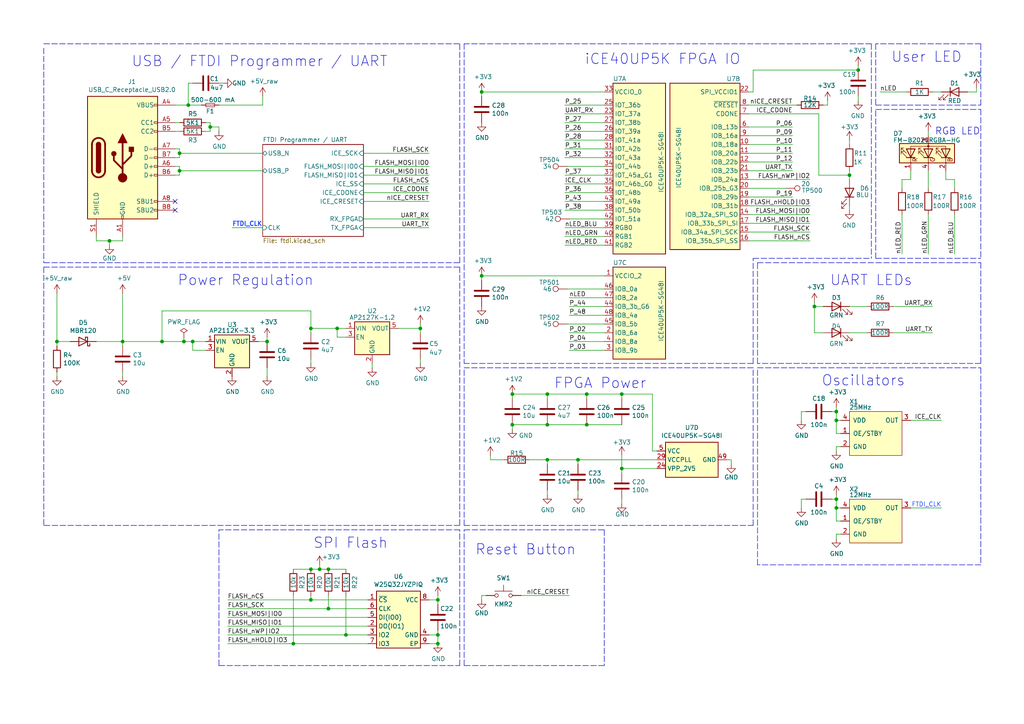
<source format=kicad_sch>
(kicad_sch (version 20250114) (generator "eeschema") (generator_version "9.0")
  (paper "A4")
  (title_block (title "iCE40 Clock Distribution Box") (date "2025-09-09") (rev "0.2") (company "Alexandru Enciu"))
  (text "USB / FTDI Programmer / UART" (at 38.1 19.685 0) (effects (font (size 2.9972 2.9972)) (justify left bottom)))
  (text "User LED" (at 258.445 18.415 0) (effects (font (size 2.9972 2.9972)) (justify left bottom)))
  (text "FPGA Power" (at 160.655 113.03 0) (effects (font (size 2.9972 2.9972)) (justify left bottom)))
  (text "Power Regulation" (at 51.435 83.185 0) (effects (font (size 2.9972 2.9972)) (justify left bottom)))
  (text "Oscillators" (at 238.252 112.268 0) (effects (font (size 2.9972 2.9972)) (justify left bottom)))
  (text "UART LEDs" (at 240.665 83.185 0) (effects (font (size 2.9972 2.9972)) (justify left bottom)))
  (text "Reset Button" (at 137.795 161.29 0) (effects (font (size 2.997 2.997)) (justify left bottom)))
  (text "SPI Flash" (at 90.805 159.385 0) (effects (font (size 2.9972 2.9972)) (justify left bottom)))
  (text "RGB LED" (at 271.145 39.37 0) (effects (font (size 2.0066 2.0066)) (justify left bottom)))
  (text "iCE40UP5K FPGA IO" (at 169.545 19.05 0) (effects (font (size 2.9972 2.9972)) (justify left bottom)))
  (junction (at 60.96 36.83) (diameter 0.9144))
  (junction (at 170.18 114.3) (diameter 0.9144))
  (junction (at 242.57 144.78) (diameter 0.9144))
  (junction (at 158.75 114.3) (diameter 0.9144))
  (junction (at 100.33 184.15))
  (junction (at 127 186.69) (diameter 0.9144))
  (junction (at 127 173.99) (diameter 0.9144))
  (junction (at 90.17 95.25) (diameter 0.9144))
  (junction (at 170.18 123.19) (diameter 0.9144))
  (junction (at 148.59 123.19) (diameter 0.9144))
  (junction (at 35.56 99.06) (diameter 0.9144))
  (junction (at 55.88 99.06))
  (junction (at 53.34 99.06) (diameter 0.9144))
  (junction (at 236.22 88.9) (diameter 0.9144))
  (junction (at 97.79 95.25) (diameter 0.9144))
  (junction (at 180.34 114.3) (diameter 0.9144))
  (junction (at 139.7 80.01) (diameter 0.9144))
  (junction (at 242.57 147.32) (diameter 0.9144))
  (junction (at 92.71 165.1))
  (junction (at 46.99 99.06) (diameter 0.9144))
  (junction (at 158.75 123.19) (diameter 0.9144))
  (junction (at 248.92 20.32) (diameter 0.9144))
  (junction (at 16.51 99.06) (diameter 0.9144))
  (junction (at 121.92 95.25) (diameter 0.9144))
  (junction (at 95.25 176.53))
  (junction (at 167.64 133.35) (diameter 0.9144))
  (junction (at 90.17 165.1))
  (junction (at 158.75 133.35) (diameter 0.9144))
  (junction (at 90.17 173.99))
  (junction (at 246.38 50.8) (diameter 0.9144))
  (junction (at 77.47 99.06) (diameter 0.9144))
  (junction (at 31.75 69.85) (diameter 0.9144))
  (junction (at 242.57 119.38) (diameter 0.9144))
  (junction (at 52.07 49.53) (diameter 0.9144))
  (junction (at 95.25 165.1))
  (junction (at 242.57 121.92) (diameter 0.9144))
  (junction (at 180.34 135.89) (diameter 0.9144))
  (junction (at 54.61 30.48) (diameter 0.9144))
  (junction (at 127 184.15) (diameter 0.9144))
  (junction (at 85.09 186.69))
  (junction (at 139.7 26.67) (diameter 0.9144))
  (junction (at 148.59 114.3) (diameter 0.9144))
  (junction (at 52.07 44.45) (diameter 0.9144))
  (no_connect (at 50.8 58.42))
  (no_connect (at 50.8 60.96))
  (wire (pts (xy 242.57 121.92) (xy 243.84 121.92)))
  (wire (pts (xy 63.5 38.1) (xy 63.5 36.83)))
  (wire (pts (xy 66.04 186.69) (xy 85.09 186.69)))
  (wire (pts (xy 180.34 114.3) (xy 189.23 114.3)))
  (polyline (pts (xy 219.71 105.41) (xy 219.71 76.2)) (stroke (width 0) (type dash)))
  (wire (pts (xy 90.17 165.1) (xy 92.71 165.1)))
  (polyline (pts (xy 133.35 152.4) (xy 12.7 152.4)) (stroke (width 0) (type dash)))
  (wire (pts (xy 105.41 58.42) (xy 124.46 58.42)))
  (polyline (pts (xy 284.48 31.75) (xy 284.48 74.93)) (stroke (width 0) (type dash)))
  (wire (pts (xy 163.83 43.18) (xy 175.26 43.18)))
  (wire (pts (xy 180.34 144.78) (xy 180.34 146.05)))
  (wire (pts (xy 35.56 68.58) (xy 35.56 69.85)))
  (wire (pts (xy 246.38 88.9) (xy 251.46 88.9)))
  (wire (pts (xy 165.1 99.06) (xy 175.26 99.06)))
  (wire (pts (xy 232.41 144.78) (xy 232.41 147.32)))
  (wire (pts (xy 100.33 184.15) (xy 106.68 184.15)))
  (wire (pts (xy 217.17 30.48) (xy 231.14 30.48)))
  (wire (pts (xy 170.18 114.3) (xy 180.34 114.3)))
  (wire (pts (xy 127 182.88) (xy 127 184.15)))
  (wire (pts (xy 242.57 147.32) (xy 243.84 147.32)))
  (wire (pts (xy 236.22 88.9) (xy 236.22 96.52)))
  (wire (pts (xy 92.71 165.1) (xy 95.25 165.1)))
  (wire (pts (xy 148.59 124.46) (xy 148.59 123.19)))
  (wire (pts (xy 217.17 67.31) (xy 234.95 67.31)))
  (wire (pts (xy 175.26 71.12) (xy 163.83 71.12)))
  (wire (pts (xy 241.3 119.38) (xy 242.57 119.38)))
  (wire (pts (xy 158.75 142.24) (xy 158.75 143.51)))
  (wire (pts (xy 153.67 133.35) (xy 158.75 133.35)))
  (polyline (pts (xy 12.7 76.2) (xy 133.35 76.2)) (stroke (width 0) (type dash)))
  (wire (pts (xy 85.09 172.72) (xy 85.09 186.69)))
  (polyline (pts (xy 133.35 76.2) (xy 133.35 12.7)) (stroke (width 0) (type dash)))
  (wire (pts (xy 35.56 85.09) (xy 35.56 99.06)))
  (wire (pts (xy 236.22 87.63) (xy 236.22 88.9)))
  (wire (pts (xy 243.84 151.13) (xy 242.57 151.13)))
  (wire (pts (xy 60.96 38.1) (xy 59.69 38.1)))
  (wire (pts (xy 165.1 63.5) (xy 175.26 63.5)))
  (wire (pts (xy 90.17 90.17) (xy 90.17 95.25)))
  (wire (pts (xy 158.75 133.35) (xy 167.64 133.35)))
  (wire (pts (xy 100.33 97.79) (xy 97.79 97.79)))
  (wire (pts (xy 163.83 60.96) (xy 175.26 60.96)))
  (wire (pts (xy 170.18 114.3) (xy 170.18 115.57)))
  (wire (pts (xy 163.83 30.48) (xy 175.26 30.48)))
  (wire (pts (xy 242.57 151.13) (xy 242.57 147.32)))
  (wire (pts (xy 59.69 101.6) (xy 55.88 101.6)))
  (wire (pts (xy 242.57 144.78) (xy 242.57 143.51)))
  (wire (pts (xy 242.57 119.38) (xy 242.57 118.11)))
  (wire (pts (xy 66.04 176.53) (xy 95.25 176.53)))
  (wire (pts (xy 127 173.99) (xy 127 172.72)))
  (wire (pts (xy 269.24 62.23) (xy 269.24 73.66)))
  (wire (pts (xy 242.57 154.94) (xy 242.57 156.21)))
  (wire (pts (xy 241.3 144.78) (xy 242.57 144.78)))
  (wire (pts (xy 270.51 26.67) (xy 273.05 26.67)))
  (wire (pts (xy 246.38 96.52) (xy 251.46 96.52)))
  (polyline (pts (xy 284.48 106.68) (xy 284.48 163.83)) (stroke (width 0) (type dash)))
  (wire (pts (xy 165.1 86.36) (xy 175.26 86.36)))
  (wire (pts (xy 97.79 95.25) (xy 100.33 95.25)))
  (wire (pts (xy 63.5 36.83) (xy 60.96 36.83)))
  (wire (pts (xy 264.16 147.32) (xy 273.05 147.32)))
  (wire (pts (xy 77.47 106.68) (xy 77.47 109.22)))
  (polyline (pts (xy 134.62 12.7) (xy 134.62 105.41)) (stroke (width 0) (type dash)))
  (wire (pts (xy 53.34 99.06) (xy 55.88 99.06)))
  (wire (pts (xy 190.5 130.81) (xy 189.23 130.81)))
  (wire (pts (xy 105.41 63.5) (xy 124.46 63.5)))
  (wire (pts (xy 52.07 48.26) (xy 52.07 49.53)))
  (wire (pts (xy 175.26 88.9) (xy 165.1 88.9)))
  (wire (pts (xy 180.34 115.57) (xy 180.34 114.3)))
  (wire (pts (xy 76.2 44.45) (xy 52.07 44.45)))
  (wire (pts (xy 243.84 129.54) (xy 242.57 129.54)))
  (wire (pts (xy 274.32 52.07) (xy 274.32 49.53)))
  (wire (pts (xy 16.51 99.06) (xy 20.32 99.06)))
  (wire (pts (xy 35.56 107.95) (xy 35.56 109.22)))
  (wire (pts (xy 105.41 50.8) (xy 124.46 50.8)))
  (wire (pts (xy 242.57 129.54) (xy 242.57 130.81)))
  (wire (pts (xy 165.1 101.6) (xy 175.26 101.6)))
  (wire (pts (xy 105.41 55.88) (xy 124.46 55.88)))
  (wire (pts (xy 90.17 95.25) (xy 97.79 95.25)))
  (wire (pts (xy 105.41 53.34) (xy 124.46 53.34)))
  (wire (pts (xy 142.24 132.08) (xy 142.24 133.35)))
  (wire (pts (xy 217.17 62.23) (xy 234.95 62.23)))
  (wire (pts (xy 76.2 27.94) (xy 76.2 30.48)))
  (wire (pts (xy 139.7 172.72) (xy 139.7 173.99)))
  (polyline (pts (xy 133.35 77.47) (xy 133.35 152.4)) (stroke (width 0) (type dash)))
  (wire (pts (xy 52.07 45.72) (xy 50.8 45.72)))
  (wire (pts (xy 163.83 40.64) (xy 175.26 40.64)))
  (wire (pts (xy 246.38 50.8) (xy 246.38 52.07)))
  (wire (pts (xy 35.56 99.06) (xy 35.56 100.33)))
  (wire (pts (xy 52.07 43.18) (xy 52.07 44.45)))
  (wire (pts (xy 67.31 66.04) (xy 76.2 66.04)))
  (wire (pts (xy 77.47 99.06) (xy 77.47 97.79)))
  (wire (pts (xy 217.17 64.77) (xy 234.95 64.77)))
  (polyline (pts (xy 218.44 105.41) (xy 218.44 74.93)) (stroke (width 0) (type dash)))
  (wire (pts (xy 124.46 184.15) (xy 127 184.15)))
  (polyline (pts (xy 134.62 152.4) (xy 134.62 106.68)) (stroke (width 0) (type dash)))
  (wire (pts (xy 264.16 121.92) (xy 273.05 121.92)))
  (wire (pts (xy 217.17 57.15) (xy 229.87 57.15)))
  (wire (pts (xy 248.92 19.05) (xy 248.92 20.32)))
  (wire (pts (xy 107.95 106.68) (xy 107.95 105.41)))
  (polyline (pts (xy 134.62 152.4) (xy 218.44 152.4)) (stroke (width 0) (type dash)))
  (wire (pts (xy 27.94 69.85) (xy 27.94 68.58)))
  (wire (pts (xy 53.34 97.79) (xy 53.34 99.06)))
  (wire (pts (xy 55.88 99.06) (xy 59.69 99.06)))
  (wire (pts (xy 35.56 69.85) (xy 31.75 69.85)))
  (wire (pts (xy 16.51 85.09) (xy 16.51 99.06)))
  (wire (pts (xy 163.83 38.1) (xy 175.26 38.1)))
  (wire (pts (xy 217.17 44.45) (xy 229.87 44.45)))
  (wire (pts (xy 212.09 133.35) (xy 212.09 134.62)))
  (wire (pts (xy 31.75 69.85) (xy 27.94 69.85)))
  (polyline (pts (xy 218.44 106.68) (xy 134.62 106.68)) (stroke (width 0) (type dash)))
  (wire (pts (xy 163.83 45.72) (xy 175.26 45.72)))
  (polyline (pts (xy 252.73 12.7) (xy 134.62 12.7)) (stroke (width 0) (type dash)))
  (wire (pts (xy 139.7 80.01) (xy 175.26 80.01)))
  (wire (pts (xy 158.75 133.35) (xy 158.75 134.62)))
  (wire (pts (xy 52.07 50.8) (xy 50.8 50.8)))
  (wire (pts (xy 90.17 172.72) (xy 90.17 173.99)))
  (wire (pts (xy 50.8 48.26) (xy 52.07 48.26)))
  (polyline (pts (xy 12.7 77.47) (xy 12.7 152.4)) (stroke (width 0) (type dash)))
  (wire (pts (xy 46.99 99.06) (xy 46.99 90.17)))
  (wire (pts (xy 164.465 83.82) (xy 175.26 83.82)))
  (polyline (pts (xy 175.26 193.04) (xy 134.62 193.04)) (stroke (width 0) (type dash)))
  (wire (pts (xy 115.57 95.25) (xy 121.92 95.25)))
  (wire (pts (xy 158.75 115.57) (xy 158.75 114.3)))
  (wire (pts (xy 60.96 36.83) (xy 60.96 38.1)))
  (polyline (pts (xy 284.48 105.41) (xy 219.71 105.41)) (stroke (width 0) (type dash)))
  (wire (pts (xy 190.5 135.89) (xy 180.34 135.89)))
  (wire (pts (xy 243.84 125.73) (xy 242.57 125.73)))
  (wire (pts (xy 60.96 35.56) (xy 60.96 36.83)))
  (polyline (pts (xy 254 74.93) (xy 284.48 74.93)) (stroke (width 0) (type dash)))
  (wire (pts (xy 148.59 123.19) (xy 158.75 123.19)))
  (wire (pts (xy 121.92 95.25) (xy 121.92 93.98)))
  (wire (pts (xy 232.41 119.38) (xy 232.41 121.92)))
  (wire (pts (xy 74.93 99.06) (xy 77.47 99.06)))
  (wire (pts (xy 238.76 88.9) (xy 236.22 88.9)))
  (wire (pts (xy 175.26 68.58) (xy 163.83 68.58)))
  (wire (pts (xy 127 184.15) (xy 127 186.69)))
  (wire (pts (xy 105.41 44.45) (xy 124.46 44.45)))
  (polyline (pts (xy 63.5 193.04) (xy 63.5 153.67)) (stroke (width 0) (type dash)))
  (wire (pts (xy 167.64 142.24) (xy 167.64 143.51)))
  (polyline (pts (xy 254 74.93) (xy 254 31.75)) (stroke (width 0) (type dash)))
  (wire (pts (xy 124.46 66.04) (xy 105.41 66.04)))
  (polyline (pts (xy 12.7 77.47) (xy 133.35 77.47)) (stroke (width 0) (type dash)))
  (wire (pts (xy 59.69 35.56) (xy 60.96 35.56)))
  (polyline (pts (xy 12.7 13.97) (xy 12.7 76.2)) (stroke (width 0) (type dash)))
  (wire (pts (xy 217.17 52.07) (xy 234.95 52.07)))
  (wire (pts (xy 246.38 50.8) (xy 237.49 50.8)))
  (wire (pts (xy 238.76 30.48) (xy 240.03 30.48)))
  (wire (pts (xy 269.24 38.1) (xy 269.24 39.37)))
  (wire (pts (xy 46.99 99.06) (xy 53.34 99.06)))
  (wire (pts (xy 105.41 48.26) (xy 124.46 48.26)))
  (wire (pts (xy 242.57 147.32) (xy 242.57 144.78)))
  (polyline (pts (xy 284.48 30.48) (xy 284.48 12.7)) (stroke (width 0) (type dash)))
  (wire (pts (xy 227.965 54.61) (xy 217.17 54.61)))
  (wire (pts (xy 261.62 62.23) (xy 261.62 73.66)))
  (wire (pts (xy 246.38 40.64) (xy 246.38 41.91)))
  (wire (pts (xy 240.03 30.48) (xy 240.03 29.21)))
  (wire (pts (xy 64.77 24.13) (xy 63.5 24.13)))
  (wire (pts (xy 124.46 186.69) (xy 127 186.69)))
  (wire (pts (xy 54.61 30.48) (xy 50.8 30.48)))
  (wire (pts (xy 218.44 20.32) (xy 218.44 26.67)))
  (wire (pts (xy 217.17 39.37) (xy 229.87 39.37)))
  (wire (pts (xy 76.2 49.53) (xy 52.07 49.53)))
  (wire (pts (xy 163.83 50.8) (xy 175.26 50.8)))
  (polyline (pts (xy 252.73 12.7) (xy 252.73 74.93)) (stroke (width 0) (type dash)))
  (wire (pts (xy 139.7 26.67) (xy 139.7 27.94)))
  (wire (pts (xy 163.83 53.34) (xy 175.26 53.34)))
  (polyline (pts (xy 133.35 153.67) (xy 63.5 153.67)) (stroke (width 0) (type dash)))
  (wire (pts (xy 218.44 20.32) (xy 248.92 20.32)))
  (wire (pts (xy 269.24 49.53) (xy 269.24 54.61)))
  (wire (pts (xy 210.82 133.35) (xy 212.09 133.35)))
  (wire (pts (xy 167.64 133.35) (xy 190.5 133.35)))
  (wire (pts (xy 217.17 46.99) (xy 229.87 46.99)))
  (wire (pts (xy 27.94 99.06) (xy 35.56 99.06)))
  (wire (pts (xy 217.17 69.85) (xy 234.95 69.85)))
  (wire (pts (xy 66.04 181.61) (xy 106.68 181.61)))
  (polyline (pts (xy 219.71 76.2) (xy 284.48 76.2)) (stroke (width 0) (type dash)))
  (wire (pts (xy 189.23 130.81) (xy 189.23 114.3)))
  (wire (pts (xy 142.24 133.35) (xy 146.05 133.35)))
  (polyline (pts (xy 254 30.48) (xy 284.48 30.48)) (stroke (width 0) (type dash)))
  (polyline (pts (xy 175.26 153.67) (xy 175.26 193.04)) (stroke (width 0) (type dash)))
  (wire (pts (xy 246.38 59.69) (xy 246.38 60.96)))
  (wire (pts (xy 35.56 99.06) (xy 46.99 99.06)))
  (wire (pts (xy 148.59 115.57) (xy 148.59 114.3)))
  (wire (pts (xy 163.83 35.56) (xy 175.26 35.56)))
  (wire (pts (xy 163.83 33.02) (xy 175.26 33.02)))
  (wire (pts (xy 139.7 26.67) (xy 175.26 26.67)))
  (polyline (pts (xy 218.44 152.4) (xy 218.44 106.68)) (stroke (width 0) (type dash)))
  (wire (pts (xy 259.08 88.9) (xy 270.51 88.9)))
  (wire (pts (xy 52.07 35.56) (xy 50.8 35.56)))
  (wire (pts (xy 243.84 154.94) (xy 242.57 154.94)))
  (wire (pts (xy 229.87 49.53) (xy 217.17 49.53)))
  (polyline (pts (xy 284.48 163.83) (xy 219.71 163.83)) (stroke (width 0) (type dash)))
  (wire (pts (xy 121.92 95.25) (xy 121.92 96.52)))
  (wire (pts (xy 163.83 55.88) (xy 175.26 55.88)))
  (wire (pts (xy 54.61 24.13) (xy 54.61 30.48)))
  (polyline (pts (xy 63.5 193.04) (xy 133.35 193.04)) (stroke (width 0) (type dash)))
  (wire (pts (xy 52.07 49.53) (xy 52.07 50.8)))
  (wire (pts (xy 233.68 144.78) (xy 232.41 144.78)))
  (wire (pts (xy 158.75 114.3) (xy 170.18 114.3)))
  (polyline (pts (xy 12.7 12.7) (xy 133.35 12.7)) (stroke (width 0) (type dash)))
  (polyline (pts (xy 133.35 193.04) (xy 133.35 153.67)) (stroke (width 0) (type dash)))
  (wire (pts (xy 148.59 114.3) (xy 158.75 114.3)))
  (polyline (pts (xy 134.62 153.67) (xy 175.26 153.67)) (stroke (width 0) (type dash)))
  (polyline (pts (xy 284.48 76.2) (xy 284.48 105.41)) (stroke (width 0) (type dash)))
  (wire (pts (xy 217.17 41.91) (xy 229.87 41.91)))
  (polyline (pts (xy 284.48 12.7) (xy 254 12.7)) (stroke (width 0) (type dash)))
  (wire (pts (xy 55.88 24.13) (xy 54.61 24.13)))
  (wire (pts (xy 66.04 184.15) (xy 100.33 184.15)))
  (wire (pts (xy 164.465 48.26) (xy 175.26 48.26)))
  (wire (pts (xy 50.8 43.18) (xy 52.07 43.18)))
  (wire (pts (xy 158.75 123.19) (xy 170.18 123.19)))
  (wire (pts (xy 217.17 59.69) (xy 234.95 59.69)))
  (wire (pts (xy 95.25 176.53) (xy 106.68 176.53)))
  (polyline (pts (xy 134.62 193.04) (xy 134.62 153.67)) (stroke (width 0) (type dash)))
  (wire (pts (xy 237.49 33.02) (xy 237.49 50.8)))
  (wire (pts (xy 100.33 172.72) (xy 100.33 184.15)))
  (polyline (pts (xy 218.44 105.41) (xy 134.62 105.41)) (stroke (width 0) (type dash)))
  (wire (pts (xy 52.07 44.45) (xy 52.07 45.72)))
  (wire (pts (xy 264.16 52.07) (xy 264.16 49.53)))
  (wire (pts (xy 163.83 58.42) (xy 175.26 58.42)))
  (wire (pts (xy 16.51 107.95) (xy 16.51 109.22)))
  (wire (pts (xy 218.44 26.67) (xy 217.17 26.67)))
  (wire (pts (xy 66.04 179.07) (xy 106.68 179.07)))
  (wire (pts (xy 66.04 173.99) (xy 90.17 173.99)))
  (wire (pts (xy 261.62 52.07) (xy 264.16 52.07)))
  (wire (pts (xy 95.25 172.72) (xy 95.25 176.53)))
  (wire (pts (xy 255.27 26.67) (xy 262.89 26.67)))
  (wire (pts (xy 167.64 133.35) (xy 167.64 134.62)))
  (wire (pts (xy 238.76 96.52) (xy 236.22 96.52)))
  (wire (pts (xy 140.97 172.72) (xy 139.7 172.72)))
  (wire (pts (xy 180.34 132.08) (xy 180.34 135.89)))
  (polyline (pts (xy 219.71 106.68) (xy 284.48 106.68)) (stroke (width 0) (type dash)))
  (wire (pts (xy 90.17 96.52) (xy 90.17 95.25)))
  (wire (pts (xy 164.465 93.98) (xy 175.26 93.98)))
  (wire (pts (xy 95.25 165.1) (xy 100.33 165.1)))
  (polyline (pts (xy 219.71 163.83) (xy 219.71 106.68)) (stroke (width 0) (type dash)))
  (wire (pts (xy 46.99 90.17) (xy 90.17 90.17)))
  (wire (pts (xy 165.1 91.44) (xy 175.26 91.44)))
  (wire (pts (xy 283.21 26.67) (xy 283.21 25.4)))
  (wire (pts (xy 242.57 125.73) (xy 242.57 121.92)))
  (wire (pts (xy 31.75 71.12) (xy 31.75 69.85)))
  (polyline (pts (xy 254 12.7) (xy 254 30.48)) (stroke (width 0) (type dash)))
  (wire (pts (xy 54.61 30.48) (xy 58.42 30.48)))
  (wire (pts (xy 55.88 101.6) (xy 55.88 99.06)))
  (wire (pts (xy 175.26 66.04) (xy 163.83 66.04)))
  (wire (pts (xy 16.51 100.33) (xy 16.51 99.06)))
  (wire (pts (xy 90.17 105.41) (xy 90.17 104.14)))
  (wire (pts (xy 233.68 119.38) (xy 232.41 119.38)))
  (wire (pts (xy 127 173.99) (xy 127 175.26)))
  (wire (pts (xy 76.2 30.48) (xy 63.5 30.48)))
  (wire (pts (xy 180.34 135.89) (xy 180.34 137.16)))
  (wire (pts (xy 280.67 26.67) (xy 283.21 26.67)))
  (wire (pts (xy 248.92 27.94) (xy 248.92 29.21)))
  (wire (pts (xy 85.09 186.69) (xy 106.68 186.69)))
  (wire (pts (xy 92.71 163.83) (xy 92.71 165.1)))
  (wire (pts (xy 121.92 104.14) (xy 121.92 105.41)))
  (wire (pts (xy 276.86 54.61) (xy 276.86 52.07)))
  (polyline (pts (xy 218.44 74.93) (xy 252.73 74.93)) (stroke (width 0) (type dash)))
  (wire (pts (xy 97.79 97.79) (xy 97.79 95.25)))
  (wire (pts (xy 246.38 49.53) (xy 246.38 50.8)))
  (wire (pts (xy 165.1 96.52) (xy 175.26 96.52)))
  (wire (pts (xy 261.62 54.61) (xy 261.62 52.07)))
  (wire (pts (xy 259.08 96.52) (xy 270.51 96.52)))
  (wire (pts (xy 151.13 172.72) (xy 165.1 172.72)))
  (wire (pts (xy 242.57 121.92) (xy 242.57 119.38)))
  (wire (pts (xy 90.17 173.99) (xy 106.68 173.99)))
  (wire (pts (xy 276.86 62.23) (xy 276.86 73.66)))
  (wire (pts (xy 276.86 52.07) (xy 274.32 52.07)))
  (wire (pts (xy 170.18 123.19) (xy 180.34 123.19)))
  (wire (pts (xy 217.17 36.83) (xy 229.87 36.83)))
  (wire (pts (xy 85.09 165.1) (xy 90.17 165.1)))
  (wire (pts (xy 139.7 80.01) (xy 139.7 81.28)))
  (wire (pts (xy 52.07 38.1) (xy 50.8 38.1)))
  (wire (pts (xy 217.17 33.02) (xy 237.49 33.02)))
  (wire (pts (xy 124.46 173.99) (xy 127 173.99)))
  (polyline (pts (xy 254 31.75) (xy 284.48 31.75)) (stroke (width 0) (type dash)))
  (label "nLED" (at 165.1 86.36 0))
  (label "P_48" (at 165.1 91.44 0))
  (label "UART_TX" (at 270.51 96.52 180))
  (label "P_26" (at 163.83 38.1 0))
  (label "UART_RX" (at 163.83 33.02 0))
  (label "FTDI_CLK" (at 273.05 147.32 180))
  (label "FLASH_MOSI|IO0" (at 124.46 48.26 180))
  (label "FLASH_SCK" (at 66.04 176.53 0))
  (label "P_43" (at 163.83 58.42 0))
  (label "nLED_BLU" (at 163.83 66.04 0))
  (label "P_09" (at 229.87 39.37 180))
  (label "P_38" (at 163.83 60.96 0))
  (label "nLED_GRN" (at 163.83 68.58 0))
  (label "P_32" (at 163.83 45.72 0))
  (label "FLASH_nCS" (at 66.04 173.99 0))
  (label "FLASH_nHOLD|IO3" (at 234.95 59.69 180))
  (label "UART_RX" (at 270.51 88.9 180))
  (label "P_19" (at 229.87 57.15 180))
  (label "FLASH_SCK" (at 124.46 44.45 180))
  (label "UART_TX" (at 124.46 66.04 180))
  (label "FLASH_MISO|IO1" (at 66.04 181.61 0))
  (label "P_04" (at 165.1 99.06 0))
  (label "UART_TX" (at 229.87 49.53 180))
  (label "P_25" (at 163.83 30.48 0))
  (label "nICE_CRESET" (at 124.46 58.42 180))
  (label "P_06" (at 229.87 36.83 180))
  (label "UART_RX" (at 124.46 63.5 180))
  (label "FTDI_CLK" (at 67.31 66.04 0) (effects (font (thickness 0.254) (bold yes))))
  (label "FLASH_nHOLD|IO3" (at 66.04 186.69 0))
  (label "FLASH_MISO|IO1" (at 124.46 50.8 180))
  (label "P_44" (at 165.1 88.9 0))
  (label "P_02" (at 165.1 96.52 0))
  (label "P_12" (at 229.87 46.99 180))
  (label "P_27" (at 163.83 35.56 0))
  (label "nLED_RED" (at 261.62 73.66 90))
  (label "P_31" (at 163.83 43.18 0))
  (label "nLED_RED" (at 163.83 71.12 0))
  (label "P_10" (at 229.87 41.91 180))
  (label "FLASH_nWP|IO2" (at 234.95 52.07 180))
  (label "P_11" (at 229.87 44.45 180))
  (label "FLASH_SCK" (at 234.95 67.31 180))
  (label "FLASH_MOSI|IO0" (at 234.95 62.23 180))
  (label "FLASH_nWP|IO2" (at 66.04 184.15 0))
  (label "FLASH_nCS" (at 234.95 69.85 180))
  (label "P_37" (at 163.83 50.8 0))
  (label "nLED_BLU" (at 276.86 73.66 90))
  (label "P_36" (at 163.83 55.88 0))
  (label "FLASH_MISO|IO1" (at 234.95 64.77 180))
  (label "FLASH_nCS" (at 124.46 53.34 180))
  (label "FLASH_MOSI|IO0" (at 66.04 179.07 0))
  (label "nLED" (at 255.27 26.67 0))
  (label "ICE_CDONE" (at 229.87 33.02 180))
  (label "ICE_CDONE" (at 124.46 55.88 180))
  (label "nLED_GRN" (at 269.24 73.66 90))
  (label "ICE_CLK" (at 163.83 53.34 0))
  (label "P_28" (at 163.83 40.64 0))
  (label "nICE_CRESET" (at 165.1 172.72 180))
  (label "ICE_CLK" (at 273.05 121.92 180))
  (label "P_03" (at 165.1 101.6 0))
  (label "nICE_CRESET" (at 229.87 30.48 180))
  (symbol (lib_id "power:+3V3") (at 242.57 118.11 0) (unit 1)
    (property "Reference" "#PWR021" (effects (hide yes)))
    (property "Value" "+3V3" (at 242.951 113.7158 0))
  )
  (symbol (lib_id "power:GND") (at 242.57 130.81 0) (unit 1)
    (property "Reference" "#PWR022" (effects (hide yes)))
    (property "Value" "GND" (at 242.697 135.2042 0))
  )
  (symbol (lib_id "Device:C") (at 237.49 119.38 270) (unit 1)
    (property "Reference" "C18" (at 237.49 115.57 90))
    (property "Value" "100n" (at 237.49 123.19 90))
    (property "Footprint" "Capacitor_SMD:C_0402_1005Metric" (effects (hide yes)))
    (property "LCSC" "C327009\n" (effects (hide yes)))
    (property "MPN" "CC0402KRX7R7BB104" (effects (hide yes)))
    (property "MPN2" "CL05B104KO5NNNC\n" (effects (hide yes)))
    (property "Manufacturer" "Yageo\n" (effects (hide yes)))
    (property "Manufacturer2" "Samsung Electro-Mechanics\n" (effects (hide yes)))
  )
  (symbol (lib_id "power:GND") (at 232.41 121.92 0) (unit 1)
    (property "Reference" "#PWR018" (effects (hide yes)))
    (property "Value" "GND" (at 232.537 126.3142 0))
  )
  (symbol (lib_id "Device:LED") (at 242.57 88.9 0) (mirror y) (unit 1)
    (property "Reference" "D3" (at 242.57 86.36 0))
    (property "Value" "GRN" (at 242.57 91.44 0))
    (property "Footprint" "LED_SMD:LED_0603_1608Metric" (effects (hide yes)))
    (property "LCSC" "C72043" (effects (hide yes)))
    (property "MPN" "19-217/GHC-YR1S2/3T" (effects (hide yes)))
    (property "MPN2" "Any" (effects (hide yes)))
    (property "Manufacturer" "Everlight Elec" (effects (hide yes)))
    (property "Manufacturer2" "Any" (effects (hide yes)))
  )
  (symbol (lib_id "josh-ic:ICE40UP5K-SG48ITR") (at 185.42 45.72 0) (unit 1)
    (property "Reference" "U7" (at 177.8 22.86 0) (effects (justify left)))
    (property "Value" "ICE40UP5K-SG48I" (at 191.77 55.88 90) (effects (justify left)))
    (property "Footprint" "josh-dfn-qfn:QFN-48-1EP_7x7mm_P0.5mm_EP5.6x5.6mm_ThermalVias" (effects (hide yes)))
    (property "Datasheet" "http://www.latticesemi.com/Products/FPGAandCPLD/iCE40Ultra" (effects (hide yes)))
    (property "MPN" "ICE40UP5K-SG48I " (effects (hide yes)))
    (property "Manufacturer" "Lattice Semiconductor" (effects (hide yes)))
  )
  (symbol (lib_id "josh-ic:ICE40UP5K-SG48ITR") (at 204.47 46.99 0) (mirror y) (unit 2)
    (property "Reference" "U7" (at 212.725 22.86 0))
    (property "Value" "ICE40UP5K-SG48I" (at 196.85 45.72 90))
    (property "Footprint" "josh-dfn-qfn:QFN-48-1EP_7x7mm_P0.5mm_EP5.6x5.6mm_ThermalVias" (effects (hide yes)))
    (property "Datasheet" "http://www.latticesemi.com/Products/FPGAandCPLD/iCE40Ultra" (effects (hide yes)))
    (property "MPN" "ICE40UP5K-SG48I " (effects (hide yes)))
    (property "Manufacturer" "Lattice Semiconductor" (effects (hide yes)))
  )
  (symbol (lib_id "josh-ic:ICE40UP5K-SG48ITR") (at 185.42 88.9 0) (unit 3)
    (property "Reference" "U7" (at 177.8 76.2 0) (effects (justify left)))
    (property "Value" "ICE40UP5K-SG48I" (at 191.77 99.06 90) (effects (justify left)))
    (property "Footprint" "josh-dfn-qfn:QFN-48-1EP_7x7mm_P0.5mm_EP5.6x5.6mm_ThermalVias" (effects (hide yes)))
    (property "Datasheet" "http://www.latticesemi.com/Products/FPGAandCPLD/iCE40Ultra" (effects (hide yes)))
    (property "MPN" "ICE40UP5K-SG48I " (effects (hide yes)))
    (property "Manufacturer" "Lattice Semiconductor" (effects (hide yes)))
  )
  (symbol (lib_id "power:+1V2") (at 148.59 114.3 0) (unit 1)
    (property "Reference" "#PWR0105" (effects (hide yes)))
    (property "Value" "+1V2" (at 148.971 109.9058 0))
  )
  (symbol (lib_id "josh-ic:ICE40UP5K-SG48ITR") (at 200.66 133.35 90) (unit 4)
    (property "Reference" "U7" (at 200.66 124.0282 90))
    (property "Value" "ICE40UP5K-SG48I" (at 200.66 126.3396 90))
    (property "Footprint" "josh-dfn-qfn:QFN-48-1EP_7x7mm_P0.5mm_EP5.6x5.6mm_ThermalVias" (effects (hide yes)))
    (property "Datasheet" "http://www.latticesemi.com/Products/FPGAandCPLD/iCE40Ultra" (effects (hide yes)))
    (property "MPN" "ICE40UP5K-SG48I " (effects (hide yes)))
    (property "Manufacturer" "Lattice Semiconductor" (effects (hide yes)))
  )
  (symbol (lib_id "power:+3V3") (at 180.34 132.08 0) (unit 1)
    (property "Reference" "#PWR0101" (effects (hide yes)))
    (property "Value" "+3V3" (at 180.34 128.27 0))
  )
  (symbol (lib_id "Device:LED") (at 242.57 96.52 0) (mirror y) (unit 1)
    (property "Reference" "D4" (at 242.57 94.615 0))
    (property "Value" "GRN" (at 242.57 99.695 0))
    (property "Footprint" "LED_SMD:LED_0603_1608Metric" (effects (hide yes)))
    (property "LCSC" "C72043" (effects (hide yes)))
    (property "MPN" "19-217/GHC-YR1S2/3T" (effects (hide yes)))
    (property "MPN2" "Any" (effects (hide yes)))
    (property "Manufacturer" "Everlight Elec" (effects (hide yes)))
    (property "Manufacturer2" "Any" (effects (hide yes)))
  )
  (symbol (lib_id "Device:LED_RBAG") (at 269.24 44.45 90) (unit 1)
    (property "Reference" "D7" (at 259.08 38.735 90) (effects (justify right)))
    (property "Value" "FM-B2020RGBA-HG" (at 259.08 40.64 90) (effects (justify right)))
    (property "Footprint" "josh-led:LED_TRI_2020" (effects (hide yes)))
    (property "LCSC" "C108793\n" (effects (hide yes)))
    (property "MPN" "FM-B2020RGBA-HG\n" (effects (hide yes)))
    (property "Manufacturer" "Foshan NationStar Optoelectronics\n" (effects (hide yes)))
  )
  (symbol (lib_id "josh-memory:W25Q32JVZP") (at 119.38 179.07 0) (unit 1)
    (property "Reference" "U6" (at 115.57 167.2082 0))
    (property "Value" "W25Q32JVZPIQ" (at 115.57 169.5196 0))
    (property "Footprint" "josh-soic-sot-etc:WSON-8-1EP_6x5mm_P1.27mm_EP3.4x4.3mm" (effects (hide yes)))
    (property "Datasheet" "http://www.winbond.com/resource-files/w25q32jv%20revg%2003272018%20plus.pdf" (effects (hide yes)))
    (property "LCSC" "C571260" (effects (hide yes)))
    (property "MPN" "W25Q32JVZPIQ" (effects (hide yes)))
    (property "Manufacturer" "Winbond\n" (effects (hide yes)))
  )
  (symbol (lib_id "josh-oscillator:DSC6101CI1A") (at 254 125.73 0) (unit 1)
    (property "Reference" "X1" (at 247.65 116.459 0))
    (property "Value" "25MHz" (at 249.555 118.135 0))
    (property "Footprint" "josh-oscillators:CDFN_3.2x2.5mm_XO" (effects (hide yes)))
    (property "MPN" "DSC6101CI1A-012.0000T" (effects (hide yes)))
    (property "MPN2" "S3D12.000000B20F30T" (effects (hide yes)))
    (property "Manufacturer" "Microchip Technology" (effects (hide yes)))
    (property "Manufacturer2" "Shenzhen SCTF Elec" (effects (hide yes)))
    (property "LCSC" "C387348" (effects (hide yes)))
  )
  (symbol (lib_id "Device:R") (at 234.95 30.48 270) (unit 1)
    (property "Reference" "R14" (at 234.95 28.575 90))
    (property "Value" "12K" (at 234.95 30.48 90))
    (property "Footprint" "Resistor_SMD:R_0402_1005Metric" (effects (hide yes)))
    (property "LCSC" "C137923" (effects (hide yes)))
    (property "MPN" "RC0402JR-0712KL" (effects (hide yes)))
    (property "MPN2" "0402WGF1202TCE" (effects (hide yes)))
    (property "Manufacturer" "Yageo\n" (effects (hide yes)))
    (property "Manufacturer2" "UNI-ROYAL(Uniroyal Elec)\n" (effects (hide yes)))
  )
  (symbol (lib_id "power:+3V3") (at 240.03 29.21 0) (mirror y) (unit 1)
    (property "Reference" "#PWR0106" (effects (hide yes)))
    (property "Value" "+3V3" (at 239.649 24.8158 0))
  )
  (symbol (lib_id "power:PWR_FLAG") (at 53.34 97.79 0) (unit 1)
    (property "Reference" "#FLG0101" (effects (hide yes)))
    (property "Value" "PWR_FLAG" (at 53.34 93.3958 0))
  )
  (symbol (lib_id "power:+5V") (at 76.2 27.94 0) (unit 1)
    (property "Reference" "#PWR016" (effects (hide yes)))
    (property "Value" "+5V_raw" (at 76.581 23.5458 0))
  )
  (symbol (lib_id "power:GND") (at 139.7 88.9 0) (unit 1)
    (property "Reference" "#PWR0102" (effects (hide yes)))
    (property "Value" "GND" (at 139.827 93.2942 0))
  )
  (symbol (lib_id "Device:C") (at 139.7 85.09 0) (unit 1)
    (property "Reference" "C29" (at 142.621 83.9216 0) (effects (justify left)))
    (property "Value" "100n" (at 142.621 86.233 0) (effects (justify left)))
    (property "Footprint" "Capacitor_SMD:C_0402_1005Metric" (effects (hide yes)))
    (property "LCSC" "C327009\n" (effects (hide yes)))
    (property "MPN" "CC0402KRX7R7BB104" (effects (hide yes)))
    (property "MPN2" "CL05B104KO5NNNC\n" (effects (hide yes)))
    (property "Manufacturer" "Yageo\n" (effects (hide yes)))
    (property "Manufacturer2" "Samsung Electro-Mechanics\n" (effects (hide yes)))
  )
  (symbol (lib_id "power:+3V3") (at 139.7 80.01 0) (unit 1)
    (property "Reference" "#PWR0103" (effects (hide yes)))
    (property "Value" "+3V3" (at 140.081 75.6158 0))
  )
  (symbol (lib_id "power:+5V") (at 16.51 85.09 0) (unit 1)
    (property "Reference" "#PWR01" (effects (hide yes)))
    (property "Value" "+5V_raw" (at 16.891 80.6958 0))
  )
  (symbol (lib_id "Device:C") (at 90.17 100.33 0) (unit 1)
    (property "Reference" "C2" (at 93.091 99.1616 0) (effects (justify left)))
    (property "Value" "4u7" (at 93.091 101.473 0) (effects (justify left)))
    (property "Footprint" "Capacitor_SMD:C_0402_1005Metric" (effects (hide yes)))
    (property "LCSC" "C326586\n" (effects (hide yes)))
    (property "MPN" "CC0402KRX5R6BB475\n" (effects (hide yes)))
    (property "MPN2" "CL05A475KP5NRNC\n" (effects (hide yes)))
    (property "Manufacturer" "Yageo\n" (effects (hide yes)))
    (property "Manufacturer2" "Samsung Electro-Mechanics\n" (effects (hide yes)))
  )
  (symbol (lib_id "Device:C") (at 121.92 100.33 0) (unit 1)
    (property "Reference" "C5" (at 124.46 99.695 0) (effects (justify left)))
    (property "Value" "4u7" (at 124.46 102.235 0) (effects (justify left)))
    (property "Footprint" "Capacitor_SMD:C_0402_1005Metric" (effects (hide yes)))
    (property "LCSC" "C326586\n" (effects (hide yes)))
    (property "MPN" "CC0402KRX5R6BB475\n" (effects (hide yes)))
    (property "MPN2" "CL05A475KP5NRNC\n" (effects (hide yes)))
    (property "Manufacturer" "Yageo\n" (effects (hide yes)))
    (property "Manufacturer2" "Samsung Electro-Mechanics\n" (effects (hide yes)))
  )
  (symbol (lib_id "power:GND") (at 121.92 105.41 0) (unit 1)
    (property "Reference" "#PWR030" (effects (hide yes)))
    (property "Value" "GND" (at 122.047 109.8042 0))
  )
  (symbol (lib_id "power:GND") (at 107.95 106.68 0) (unit 1)
    (property "Reference" "#PWR028" (effects (hide yes)))
    (property "Value" "GND" (at 108.077 111.0742 0))
  )
  (symbol (lib_id "power:GND") (at 90.17 105.41 0) (unit 1)
    (property "Reference" "#PWR027" (effects (hide yes)))
    (property "Value" "GND" (at 90.297 109.8042 0))
  )
  (symbol (lib_id "power:+1V2") (at 121.92 93.98 0) (unit 1)
    (property "Reference" "#PWR029" (effects (hide yes)))
    (property "Value" "+1V2" (at 122.301 89.5858 0))
  )
  (symbol (lib_id "power:+3V3") (at 236.22 87.63 0) (unit 1)
    (property "Reference" "#PWR0107" (effects (hide yes)))
    (property "Value" "+3V3" (at 236.601 83.2358 0))
  )
  (symbol (lib_id "Device:C") (at 180.34 140.97 0) (unit 1)
    (property "Reference" "C20" (at 183.261 139.8016 0) (effects (justify left)))
    (property "Value" "100n" (at 183.261 142.113 0) (effects (justify left)))
    (property "Footprint" "Capacitor_SMD:C_0402_1005Metric" (effects (hide yes)))
    (property "LCSC" "C327009\n" (effects (hide yes)))
    (property "MPN" "CC0402KRX7R7BB104" (effects (hide yes)))
    (property "MPN2" "CL05B104KO5NNNC\n" (effects (hide yes)))
    (property "Manufacturer" "Yageo\n" (effects (hide yes)))
    (property "Manufacturer2" "Samsung Electro-Mechanics\n" (effects (hide yes)))
  )
  (symbol (lib_id "power:GND") (at 180.34 146.05 0) (unit 1)
    (property "Reference" "#PWR041" (effects (hide yes)))
    (property "Value" "GND" (at 180.467 149.1742 0))
  )
  (symbol (lib_id "Device:R") (at 149.86 133.35 270) (unit 1)
    (property "Reference" "R15" (at 149.86 131.445 90))
    (property "Value" "100R" (at 149.86 133.35 90))
    (property "Footprint" "Resistor_SMD:R_0402_1005Metric" (effects (hide yes)))
    (property "LCSC" "C106233" (effects (hide yes)))
    (property "MPN" "RC0402JR-07100RL" (effects (hide yes)))
    (property "MPN2" "0402WGF1000TCE" (effects (hide yes)))
    (property "Manufacturer" "Yageo\n" (effects (hide yes)))
    (property "Manufacturer2" "UNI-ROYAL(Uniroyal Elec)\n" (effects (hide yes)))
  )
  (symbol (lib_id "Device:C") (at 167.64 138.43 0) (unit 1)
    (property "Reference" "C23" (at 170.561 137.2616 0) (effects (justify left)))
    (property "Value" "100n" (at 170.561 139.573 0) (effects (justify left)))
    (property "Footprint" "Capacitor_SMD:C_0402_1005Metric" (effects (hide yes)))
    (property "LCSC" "C327009\n" (effects (hide yes)))
    (property "MPN" "CC0402KRX7R7BB104" (effects (hide yes)))
    (property "MPN2" "CL05B104KO5NNNC\n" (effects (hide yes)))
    (property "Manufacturer" "Yageo\n" (effects (hide yes)))
    (property "Manufacturer2" "Samsung Electro-Mechanics\n" (effects (hide yes)))
  )
  (symbol (lib_id "power:+1V2") (at 142.24 132.08 0) (unit 1)
    (property "Reference" "#PWR039" (effects (hide yes)))
    (property "Value" "+1V2" (at 142.621 127.6858 0))
  )
  (symbol (lib_id "Device:C") (at 170.18 119.38 0) (unit 1)
    (property "Reference" "C26" (at 173.101 118.2116 0) (effects (justify left)))
    (property "Value" "100n" (at 173.101 120.523 0) (effects (justify left)))
    (property "Footprint" "Capacitor_SMD:C_0402_1005Metric" (effects (hide yes)))
    (property "LCSC" "C327009\n" (effects (hide yes)))
    (property "MPN" "CC0402KRX7R7BB104" (effects (hide yes)))
    (property "MPN2" "CL05B104KO5NNNC\n" (effects (hide yes)))
    (property "Manufacturer" "Yageo\n" (effects (hide yes)))
    (property "Manufacturer2" "Samsung Electro-Mechanics\n" (effects (hide yes)))
  )
  (symbol (lib_id "Device:C") (at 180.34 119.38 0) (unit 1)
    (property "Reference" "C25" (at 183.261 118.2116 0) (effects (justify left)))
    (property "Value" "100n" (at 183.261 120.523 0) (effects (justify left)))
    (property "Footprint" "Capacitor_SMD:C_0402_1005Metric" (effects (hide yes)))
    (property "LCSC" "C327009\n" (effects (hide yes)))
    (property "MPN" "CC0402KRX7R7BB104" (effects (hide yes)))
    (property "MPN2" "CL05B104KO5NNNC\n" (effects (hide yes)))
    (property "Manufacturer" "Yageo\n" (effects (hide yes)))
    (property "Manufacturer2" "Samsung Electro-Mechanics\n" (effects (hide yes)))
  )
  (symbol (lib_id "Device:C") (at 148.59 119.38 0) (unit 1)
    (property "Reference" "C24" (at 151.511 118.2116 0) (effects (justify left)))
    (property "Value" "10u" (at 151.511 120.523 0) (effects (justify left)))
    (property "Footprint" "Capacitor_SMD:C_0603_1608Metric" (effects (hide yes)))
    (property "LCSC" "C109453\n" (effects (hide yes)))
    (property "MPN" "CC0603MRX5R6BB106\n" (effects (hide yes)))
    (property "MPN2" "CL10A106KP8NNNC\n" (effects (hide yes)))
    (property "Manufacturer" "Yageo\n" (effects (hide yes)))
    (property "Manufacturer2" "Samsung Electro-Mechanics\n" (effects (hide yes)))
  )
  (symbol (lib_id "Device:C") (at 158.75 119.38 0) (unit 1)
    (property "Reference" "C27" (at 161.671 118.2116 0) (effects (justify left)))
    (property "Value" "4u7" (at 161.671 120.523 0) (effects (justify left)))
    (property "Footprint" "Capacitor_SMD:C_0402_1005Metric" (effects (hide yes)))
    (property "LCSC" "C326586\n" (effects (hide yes)))
    (property "MPN" "CC0402KRX5R6BB475\n" (effects (hide yes)))
    (property "MPN2" "CL05A475KP5NRNC\n" (effects (hide yes)))
    (property "Manufacturer" "Yageo\n" (effects (hide yes)))
    (property "Manufacturer2" "Samsung Electro-Mechanics\n" (effects (hide yes)))
  )
  (symbol (lib_id "power:GND") (at 139.7 35.56 0) (unit 1)
    (property "Reference" "#PWR034" (effects (hide yes)))
    (property "Value" "GND" (at 139.827 39.9542 0))
  )
  (symbol (lib_id "Device:C") (at 139.7 31.75 0) (unit 1)
    (property "Reference" "C28" (at 142.621 30.5816 0) (effects (justify left)))
    (property "Value" "100n" (at 142.621 32.893 0) (effects (justify left)))
    (property "Footprint" "Capacitor_SMD:C_0402_1005Metric" (effects (hide yes)))
    (property "LCSC" "C327009\n" (effects (hide yes)))
    (property "MPN" "CC0402KRX7R7BB104" (effects (hide yes)))
    (property "MPN2" "CL05B104KO5NNNC\n" (effects (hide yes)))
    (property "Manufacturer" "Yageo\n" (effects (hide yes)))
    (property "Manufacturer2" "Samsung Electro-Mechanics\n" (effects (hide yes)))
  )
  (symbol (lib_id "power:+3V3") (at 139.7 26.67 0) (unit 1)
    (property "Reference" "#PWR033" (effects (hide yes)))
    (property "Value" "+3V3" (at 140.081 22.2758 0))
  )
  (symbol (lib_id "power:GND") (at 148.59 124.46 0) (unit 1)
    (property "Reference" "#PWR038" (effects (hide yes)))
    (property "Value" "GND" (at 152.527 126.3142 0))
  )
  (symbol (lib_id "power:GND") (at 248.92 29.21 0) (mirror y) (unit 1)
    (property "Reference" "#PWR048" (effects (hide yes)))
    (property "Value" "GND" (at 248.793 33.6042 0))
  )
  (symbol (lib_id "Device:C") (at 248.92 24.13 0) (mirror y) (unit 1)
    (property "Reference" "C19" (at 248.285 21.59 0) (effects (justify left)))
    (property "Value" "100n" (at 248.285 26.67 0) (effects (justify left)))
    (property "Footprint" "Capacitor_SMD:C_0402_1005Metric" (effects (hide yes)))
    (property "LCSC" "C327009\n" (effects (hide yes)))
    (property "MPN" "CC0402KRX7R7BB104" (effects (hide yes)))
    (property "MPN2" "CL05B104KO5NNNC\n" (effects (hide yes)))
    (property "Manufacturer" "Yageo\n" (effects (hide yes)))
    (property "Manufacturer2" "Samsung Electro-Mechanics\n" (effects (hide yes)))
  )
  (symbol (lib_id "power:+3V3") (at 248.92 19.05 0) (mirror y) (unit 1)
    (property "Reference" "#PWR047" (effects (hide yes)))
    (property "Value" "+3V3" (at 248.539 14.6558 0))
  )
  (symbol (lib_id "power:+3V3") (at 269.24 38.1 0) (mirror y) (unit 1)
    (property "Reference" "#PWR050" (effects (hide yes)))
    (property "Value" "+3V3" (at 268.859 33.7058 0))
  )
  (symbol (lib_id "Device:C") (at 127 179.07 0) (unit 1)
    (property "Reference" "C22" (at 127.635 176.53 0) (effects (justify left)))
    (property "Value" "100n" (at 127.635 181.61 0) (effects (justify left)))
    (property "Footprint" "Capacitor_SMD:C_0402_1005Metric" (effects (hide yes)))
    (property "LCSC" "C327009\n" (effects (hide yes)))
    (property "MPN" "CC0402KRX7R7BB104" (effects (hide yes)))
    (property "MPN2" "CL05B104KO5NNNC\n" (effects (hide yes)))
    (property "Manufacturer" "Yageo\n" (effects (hide yes)))
    (property "Manufacturer2" "Samsung Electro-Mechanics\n" (effects (hide yes)))
  )
  (symbol (lib_id "power:+3V3") (at 127 172.72 0) (unit 1)
    (property "Reference" "#PWR031" (effects (hide yes)))
    (property "Value" "+3V3" (at 127.381 168.3258 0))
  )
  (symbol (lib_id "power:GND") (at 127 186.69 0) (unit 1)
    (property "Reference" "#PWR032" (effects (hide yes)))
    (property "Value" "GND" (at 127.127 191.0842 0))
  )
  (symbol (lib_id "Device:LED") (at 276.86 26.67 0) (unit 1)
    (property "Reference" "D1" (at 276.86 24.13 0))
    (property "Value" "RED" (at 276.86 29.21 0))
    (property "Footprint" "LED_SMD:LED_0603_1608Metric" (effects (hide yes)))
    (property "LCSC" " C2286" (effects (hide yes)))
    (property "MPN" "KT-0603R" (effects (hide yes)))
    (property "MPN2" "Any" (effects (hide yes)))
    (property "Manufacturer" "Hubei KENTO Elec" (effects (hide yes)))
    (property "Manufacturer2" "Any" (effects (hide yes)))
  )
  (symbol (lib_id "power:+3V3") (at 283.21 25.4 0) (unit 1)
    (property "Reference" "#PWR053" (effects (hide yes)))
    (property "Value" "+3V3" (at 281.94 21.59 0))
  )
  (symbol (lib_id "Connector:USB_C_Receptacle_USB2.0") (at 35.56 45.72 0) (unit 1)
    (property "Reference" "J1" (at 38.2778 23.6982 0))
    (property "Value" "USB_C_Receptacle_USB2.0" (at 38.2778 26.0096 0))
    (property "Footprint" "josh-connectors:USB_C_Receptacle_HRO_TYPE-C-31-M-12" (effects (hide yes)))
    (property "Datasheet" "https://www.usb.org/sites/default/files/documents/usb_type-c.zip" (effects (hide yes)))
    (property "LCSC" "C165948\n" (effects (hide yes)))
    (property "MPN" "TYPE-C-31-M-12\n" (effects (hide yes)))
    (property "MPN2" "USB4105-GF-A\n" (effects (hide yes)))
    (property "Manufacturer" "Korean Hroparts Elec\n" (effects (hide yes)))
    (property "Manufacturer2" "GCT\n" (effects (hide yes)))
  )
  (symbol (lib_id "power:GND") (at 31.75 71.12 0) (unit 1)
    (property "Reference" "#PWR0109" (effects (hide yes)))
    (property "Value" "GND" (at 31.75 74.93 0))
  )
  (symbol (lib_id "Device:C") (at 59.69 24.13 90) (unit 1)
    (property "Reference" "C1" (at 63.5 22.86 90) (effects (justify left)))
    (property "Value" "4u7" (at 64.77 25.4 90) (effects (justify left)))
    (property "Footprint" "Capacitor_SMD:C_0402_1005Metric" (effects (hide yes)))
    (property "LCSC" "C326586\n" (effects (hide yes)))
    (property "MPN" "CC0402KRX5R6BB475\n" (effects (hide yes)))
    (property "MPN2" "CL05A475KP5NRNC\n" (effects (hide yes)))
    (property "Manufacturer" "Yageo\n" (effects (hide yes)))
    (property "Manufacturer2" "Samsung Electro-Mechanics\n" (effects (hide yes)))
  )
  (symbol (lib_id "power:GND") (at 64.77 24.13 90) (unit 1)
    (property "Reference" "#PWR0110" (effects (hide yes)))
    (property "Value" "GND" (at 67.31 24.13 90) (effects (justify right)))
  )
  (symbol (lib_id "Device:R") (at 55.88 38.1 270) (unit 1)
    (property "Reference" "R3" (at 55.88 40.64 90))
    (property "Value" "5K1" (at 55.88 38.1 90))
    (property "Footprint" "Resistor_SMD:R_0402_1005Metric" (effects (hide yes)))
    (property "LCSC" "C105873\n" (effects (hide yes)))
    (property "MPN" "RC0402JR-075K1L\n" (effects (hide yes)))
    (property "MPN2" "0402WGF5101TCE\n" (effects (hide yes)))
    (property "Manufacturer" "Yageo\n" (effects (hide yes)))
    (property "Manufacturer2" "UNI-ROYAL(Uniroyal Elec)\n" (effects (hide yes)))
  )
  (symbol (lib_id "Device:R") (at 55.88 35.56 90) (unit 1)
    (property "Reference" "R5" (at 55.88 33.02 90))
    (property "Value" "5K1" (at 55.88 35.56 90))
    (property "Footprint" "Resistor_SMD:R_0402_1005Metric" (effects (hide yes)))
    (property "LCSC" "C105873\n" (effects (hide yes)))
    (property "MPN" "RC0402JR-075K1L\n" (effects (hide yes)))
    (property "MPN2" "0402WGF5101TCE\n" (effects (hide yes)))
    (property "Manufacturer" "Yageo\n" (effects (hide yes)))
    (property "Manufacturer2" "UNI-ROYAL(Uniroyal Elec)\n" (effects (hide yes)))
  )
  (symbol (lib_id "power:GND") (at 63.5 38.1 0) (unit 1)
    (property "Reference" "#PWR0111" (effects (hide yes)))
    (property "Value" "GND" (at 63.627 42.4942 0))
  )
  (symbol (lib_id "power:+3V3") (at 246.38 40.64 0) (mirror y) (unit 1)
    (property "Reference" "#PWR045" (effects (hide yes)))
    (property "Value" "+3V3" (at 246.38 36.83 0))
  )
  (symbol (lib_id "Device:LED") (at 246.38 55.88 270) (mirror x) (unit 1)
    (property "Reference" "D6" (at 252.095 54.61 90) (effects (justify right)))
    (property "Value" "BLU" (at 252.095 56.515 90) (effects (justify right)))
    (property "Footprint" "LED_SMD:LED_0603_1608Metric" (effects (hide yes)))
    (property "LCSC" "C72041" (effects (hide yes)))
    (property "MPN" "19-217/BHC-ZL1M2RY/3T" (effects (hide yes)))
    (property "MPN2" "Any" (effects (hide yes)))
    (property "Manufacturer" "Everlight Elec" (effects (hide yes)))
    (property "Manufacturer2" "Any" (effects (hide yes)))
  )
  (symbol (lib_id "power:GND") (at 246.38 60.96 0) (mirror y) (unit 1)
    (property "Reference" "#PWR046" (effects (hide yes)))
    (property "Value" "GND" (at 246.253 65.3542 0))
  )
  (symbol (lib_id "Device:R") (at 16.51 104.14 0) (unit 1)
    (property "Reference" "R4" (at 18.288 102.9716 0) (effects (justify left)))
    (property "Value" "100K" (at 18.288 105.283 0) (effects (justify left)))
    (property "Footprint" "Resistor_SMD:R_0402_1005Metric" (effects (hide yes)))
    (property "LCSC" "C60491\n" (effects (hide yes)))
    (property "MPN" "RC0402FR-07100KL\n" (effects (hide yes)))
    (property "MPN2" "0402WGF1003TCE\n" (effects (hide yes)))
    (property "Manufacturer" "Yageo\n" (effects (hide yes)))
    (property "Manufacturer2" "UNI-ROYAL(Uniroyal Elec)\n" (effects (hide yes)))
  )
  (symbol (lib_id "power:GND") (at 16.51 109.22 0) (unit 1)
    (property "Reference" "#PWR02" (effects (hide yes)))
    (property "Value" "GND" (at 16.637 113.6142 0))
  )
  (symbol (lib_id "Device:D_Schottky") (at 24.13 99.06 180) (unit 1)
    (property "Reference" "D5" (at 24.13 93.5736 0))
    (property "Value" "MBR120" (at 24.13 95.885 0))
    (property "Footprint" "josh-passives-smt:D_SOD-123FL" (effects (hide yes)))
    (property "LCSC" "C236132" (effects (hide yes)))
    (property "MPN" "MBR120ESFT1G" (effects (hide yes)))
    (property "MPN2" "B5817WL" (effects (hide yes)))
    (property "Manufacturer" "ON Semiconductor" (effects (hide yes)))
    (property "Manufacturer2" "Shikues" (effects (hide yes)))
  )
  (symbol (lib_id "Device:C") (at 35.56 104.14 0) (unit 1)
    (property "Reference" "C3" (at 38.481 102.9716 0) (effects (justify left)))
    (property "Value" "10u" (at 38.481 105.283 0) (effects (justify left)))
    (property "Footprint" "Capacitor_SMD:C_0603_1608Metric" (effects (hide yes)))
    (property "LCSC" "C109453\n" (effects (hide yes)))
    (property "MPN" "CC0603MRX5R6BB106\n" (effects (hide yes)))
    (property "MPN2" "CL10A106KP8NNNC\n" (effects (hide yes)))
    (property "Manufacturer" "Yageo\n" (effects (hide yes)))
    (property "Manufacturer2" "Samsung Electro-Mechanics\n" (effects (hide yes)))
  )
  (symbol (lib_id "power:GND") (at 35.56 109.22 0) (unit 1)
    (property "Reference" "#PWR08" (effects (hide yes)))
    (property "Value" "GND" (at 35.687 113.6142 0))
  )
  (symbol (lib_id "Regulator_Linear:AP2112K-3.3") (at 67.31 101.6 0) (unit 1)
    (property "Reference" "U3" (at 67.31 94.1832 0))
    (property "Value" "AP2112K-3.3" (at 67.31 95.8596 0))
    (property "Footprint" "Package_TO_SOT_SMD:SOT-23-5" (effects (hide yes)))
    (property "Datasheet" "https://www.diodes.com/assets/Datasheets/AP2112.pdf" (effects (hide yes)))
    (property "LCSC" "C51118 " (effects (hide yes)))
    (property "MPN" "AP2112K-3.3TRG1" (effects (hide yes)))
    (property "MPN2" "AP7365-33WG-7" (effects (hide yes)))
    (property "Manufacturer" "Diodes Incorporated" (effects (hide yes)))
    (property "Manufacturer2" "Diodes Incorporated" (effects (hide yes)))
  )
  (symbol (lib_id "power:GND") (at 67.31 109.22 0) (unit 1)
    (property "Reference" "#PWR017" (effects (hide yes)))
    (property "Value" "GND" (at 67.437 113.6142 0))
  )
  (symbol (lib_id "Device:C") (at 77.47 102.87 0) (unit 1)
    (property "Reference" "C6" (at 80.391 101.7016 0) (effects (justify left)))
    (property "Value" "10u" (at 80.391 104.013 0) (effects (justify left)))
    (property "Footprint" "Capacitor_SMD:C_0603_1608Metric" (effects (hide yes)))
    (property "LCSC" "C109453\n" (effects (hide yes)))
    (property "MPN" "CC0603MRX5R6BB106\n" (effects (hide yes)))
    (property "MPN2" "CL10A106KP8NNNC\n" (effects (hide yes)))
    (property "Manufacturer" "Yageo\n" (effects (hide yes)))
    (property "Manufacturer2" "Samsung Electro-Mechanics\n" (effects (hide yes)))
  )
  (symbol (lib_id "power:GND") (at 77.47 109.22 0) (unit 1)
    (property "Reference" "#PWR019" (effects (hide yes)))
    (property "Value" "GND" (at 77.597 113.6142 0))
  )
  (symbol (lib_id "power:+3V3") (at 77.47 97.79 0) (unit 1)
    (property "Reference" "#PWR020" (effects (hide yes)))
    (property "Value" "+3V3" (at 77.851 93.3958 0))
  )
  (symbol (lib_id "power:+5V") (at 35.56 85.09 0) (unit 1)
    (property "Reference" "#PWR07" (effects (hide yes)))
    (property "Value" "+5V" (at 35.941 80.6958 0))
  )
  (symbol (lib_id "Switch:SW_Push") (at 146.05 172.72 0) (mirror y) (unit 1)
    (property "Reference" "SW1" (at 146.05 167.64 0))
    (property "Value" "KMR2" (at 146.05 175.26 0))
    (property "Footprint" "josh-buttons-switches:SW_Push_KMR2" (effects (hide yes)))
    (property "LCSC" "C72443" (effects (hide yes)))
    (property "MPN" "KMR221GLFS" (effects (hide yes)))
    (property "MPN2" "TS-1185EC-C-D-B" (effects (hide yes)))
    (property "Manufacturer" "C&K" (effects (hide yes)))
    (property "Manufacturer2" "XKB Connectivity" (effects (hide yes)))
  )
  (symbol (lib_id "power:+3V3") (at 242.57 143.51 0) (unit 1)
    (property "Reference" "#PWR04" (effects (hide yes)))
    (property "Value" "+3V3" (at 242.951 139.1158 0))
  )
  (symbol (lib_id "Connector:TestPoint") (at 164.465 83.82 90) (unit 1) (in_bom no)
    (property "Reference" "TP501" (at 159.385 81.915 90))
    (property "Value" "46" (at 158.75 83.82 90))
    (property "Footprint" "TestPoint:TestPoint_Pad_D1.5mm" (effects (hide yes)))
    (property "DNP" "DNP" (effects (hide yes)))
  )
  (symbol (lib_id "Device:R") (at 95.25 168.91 0) (unit 1)
    (property "Reference" "R21" (at 97.79 168.91 90))
    (property "Value" "10k" (at 95.25 168.91 90))
    (property "Footprint" "Resistor_SMD:R_0402_1005Metric" (effects (hide yes)))
    (property "LCSC" "C137923" (effects (hide yes)))
    (property "MPN" "RC0402JR-0712KL" (effects (hide yes)))
    (property "MPN2" "0402WGF1202TCE" (effects (hide yes)))
    (property "Manufacturer" "Yageo\n" (effects (hide yes)))
    (property "Manufacturer2" "UNI-ROYAL(Uniroyal Elec)\n" (effects (hide yes)))
  )
  (symbol (lib_id "Device:C") (at 237.49 144.78 270) (unit 1)
    (property "Reference" "C4" (at 237.49 140.97 90))
    (property "Value" "100n" (at 237.49 148.59 90))
    (property "Footprint" "Capacitor_SMD:C_0402_1005Metric" (effects (hide yes)))
    (property "LCSC" "C327009\n" (effects (hide yes)))
    (property "MPN" "CC0402KRX7R7BB104" (effects (hide yes)))
    (property "MPN2" "CL05B104KO5NNNC\n" (effects (hide yes)))
    (property "Manufacturer" "Yageo\n" (effects (hide yes)))
    (property "Manufacturer2" "Samsung Electro-Mechanics\n" (effects (hide yes)))
  )
  (symbol (lib_id "Device:Fuse_Small") (at 60.96 30.48 0) (unit 1)
    (property "Reference" "F1" (at 60.96 32.258 0))
    (property "Value" "500-600 mA" (at 61.722 28.956 0))
    (property "Description" "Fuse, small symbol" (effects (hide yes)))
  )
  (symbol (lib_id "power:GND") (at 139.7 173.99 0) (mirror y) (unit 1)
    (property "Reference" "#PWR0114" (effects (hide yes)))
    (property "Value" "GND" (at 139.7 177.8 0))
  )
  (symbol (lib_id "Device:R") (at 276.86 58.42 0) (unit 1)
    (property "Reference" "R16" (at 278.13 57.15 0) (effects (justify left)))
    (property "Value" "100R" (at 283.21 59.69 0) (effects (justify right)))
    (property "Footprint" "Resistor_SMD:R_0402_1005Metric" (effects (hide yes)))
    (property "LCSC" "C106233" (effects (hide yes)))
    (property "MPN" "RC0402JR-07100RL" (effects (hide yes)))
    (property "MPN2" "0402WGF1000TCE" (effects (hide yes)))
    (property "Manufacturer" "Yageo\n" (effects (hide yes)))
    (property "Manufacturer2" "UNI-ROYAL(Uniroyal Elec)\n" (effects (hide yes)))
  )
  (symbol (lib_id "Device:R") (at 255.27 88.9 270) (unit 1)
    (property "Reference" "R6" (at 255.27 86.36 90))
    (property "Value" "100R" (at 255.27 88.9 90))
    (property "Footprint" "Resistor_SMD:R_0402_1005Metric" (effects (hide yes)))
    (property "LCSC" "C106233" (effects (hide yes)))
    (property "MPN" "RC0402JR-07100RL" (effects (hide yes)))
    (property "MPN2" "0402WGF1000TCE" (effects (hide yes)))
    (property "Manufacturer" "Yageo\n" (effects (hide yes)))
    (property "Manufacturer2" "UNI-ROYAL(Uniroyal Elec)\n" (effects (hide yes)))
  )
  (symbol (lib_id "power:GND") (at 212.09 134.62 0) (unit 1)
    (property "Reference" "#PWR0112" (effects (hide yes)))
    (property "Value" "GND" (at 212.09 138.43 0))
  )
  (symbol (lib_id "power:+3V3") (at 92.71 163.83 0) (unit 1)
    (property "Reference" "#PWR06" (effects (hide yes)))
    (property "Value" "+3V3" (at 96.012 161.544 0))
  )
  (symbol (lib_id "power:GND") (at 167.64 143.51 0) (unit 1)
    (property "Reference" "#PWR0113" (effects (hide yes)))
    (property "Value" "GND" (at 167.767 147.9042 0))
  )
  (symbol (lib_id "power:GND") (at 242.57 156.21 0) (unit 1)
    (property "Reference" "#PWR05" (effects (hide yes)))
    (property "Value" "GND" (at 242.697 160.6042 0))
  )
  (symbol (lib_id "josh-oscillator:DSC6101CI1A") (at 254 151.13 0) (unit 1)
    (property "Reference" "X2" (at 247.65 141.859 0))
    (property "Value" "12MHz" (at 249.555 143.535 0))
    (property "Footprint" "josh-oscillators:CDFN_3.2x2.5mm_XO" (effects (hide yes)))
    (property "MPN" "DSC6101CI1A-012.0000T" (effects (hide yes)))
    (property "MPN2" "S3D12.000000B20F30T" (effects (hide yes)))
    (property "Manufacturer" "Microchip Technology" (effects (hide yes)))
    (property "Manufacturer2" "Shenzhen SCTF Elec" (effects (hide yes)))
    (property "LCSC" "C387348" (effects (hide yes)))
  )
  (symbol (lib_id "Connector:TestPoint") (at 164.465 48.26 90) (unit 1) (in_bom no)
    (property "Reference" "TP504" (at 159.385 46.355 90))
    (property "Value" "34" (at 158.75 48.26 90))
    (property "Footprint" "TestPoint:TestPoint_Pad_D1.5mm" (effects (hide yes)))
    (property "DNP" "DNP" (effects (hide yes)))
  )
  (symbol (lib_id "Device:R") (at 246.38 45.72 0) (unit 1)
    (property "Reference" "R11" (at 247.65 44.45 0) (effects (justify left)))
    (property "Value" "1K" (at 250.19 46.99 0) (effects (justify right)))
    (property "Footprint" "Resistor_SMD:R_0402_1005Metric" (effects (hide yes)))
    (property "LCSC" "C105637" (effects (hide yes)))
    (property "MPN" "RC0402JR-071KL" (effects (hide yes)))
    (property "MPN2" "0402WGF1001TCE" (effects (hide yes)))
    (property "Manufacturer" "Yageo\n" (effects (hide yes)))
    (property "Manufacturer2" "UNI-ROYAL(Uniroyal Elec)\n" (effects (hide yes)))
  )
  (symbol (lib_id "Connector:TestPoint") (at 227.965 54.61 270) (unit 1) (in_bom no)
    (property "Reference" "TP500" (at 235.585 55.245 90))
    (property "Value" "20" (at 233.68 53.34 90))
    (property "Footprint" "TestPoint:TestPoint_Pad_D1.5mm" (effects (hide yes)))
    (property "DNP" "DNP" (effects (hide yes)))
  )
  (symbol (lib_id "Device:R") (at 255.27 96.52 270) (unit 1)
    (property "Reference" "R7" (at 255.27 93.98 90))
    (property "Value" "100R" (at 255.27 96.52 90))
    (property "Footprint" "Resistor_SMD:R_0402_1005Metric" (effects (hide yes)))
    (property "LCSC" "C106233" (effects (hide yes)))
    (property "MPN" "RC0402JR-07100RL" (effects (hide yes)))
    (property "MPN2" "0402WGF1000TCE" (effects (hide yes)))
    (property "Manufacturer" "Yageo\n" (effects (hide yes)))
    (property "Manufacturer2" "UNI-ROYAL(Uniroyal Elec)\n" (effects (hide yes)))
  )
  (symbol (lib_id "Device:R") (at 261.62 58.42 0) (unit 1)
    (property "Reference" "R18" (at 262.89 57.15 0) (effects (justify left)))
    (property "Value" "100R" (at 267.97 59.69 0) (effects (justify right)))
    (property "Footprint" "Resistor_SMD:R_0402_1005Metric" (effects (hide yes)))
    (property "LCSC" "C106233" (effects (hide yes)))
    (property "MPN" "RC0402JR-07100RL" (effects (hide yes)))
    (property "MPN2" "0402WGF1000TCE" (effects (hide yes)))
    (property "Manufacturer" "Yageo\n" (effects (hide yes)))
    (property "Manufacturer2" "UNI-ROYAL(Uniroyal Elec)\n" (effects (hide yes)))
  )
  (symbol (lib_id "Device:R") (at 269.24 58.42 0) (unit 1)
    (property "Reference" "R17" (at 270.51 57.15 0) (effects (justify left)))
    (property "Value" "100R" (at 275.59 59.69 0) (effects (justify right)))
    (property "Footprint" "Resistor_SMD:R_0402_1005Metric" (effects (hide yes)))
    (property "LCSC" "C106233" (effects (hide yes)))
    (property "MPN" "RC0402JR-07100RL" (effects (hide yes)))
    (property "MPN2" "0402WGF1000TCE" (effects (hide yes)))
    (property "Manufacturer" "Yageo\n" (effects (hide yes)))
    (property "Manufacturer2" "UNI-ROYAL(Uniroyal Elec)\n" (effects (hide yes)))
  )
  (symbol (lib_id "power:GND") (at 158.75 143.51 0) (unit 1)
    (property "Reference" "#PWR0104" (effects (hide yes)))
    (property "Value" "GND" (at 158.877 147.9042 0))
  )
  (symbol (lib_id "Connector:TestPoint") (at 164.465 93.98 90) (unit 1) (in_bom no)
    (property "Reference" "TP502" (at 159.385 92.075 90))
    (property "Value" "45" (at 158.75 93.98 90))
    (property "Footprint" "TestPoint:TestPoint_Pad_D1.5mm" (effects (hide yes)))
    (property "DNP" "DNP" (effects (hide yes)))
  )
  (symbol (lib_id "Device:R") (at 85.09 168.91 0) (unit 1)
    (property "Reference" "R23" (at 87.63 168.91 90))
    (property "Value" "10k" (at 85.09 168.91 90))
    (property "Footprint" "Resistor_SMD:R_0402_1005Metric" (effects (hide yes)))
    (property "LCSC" "C137923" (effects (hide yes)))
    (property "MPN" "RC0402JR-0712KL" (effects (hide yes)))
    (property "MPN2" "0402WGF1202TCE" (effects (hide yes)))
    (property "Manufacturer" "Yageo\n" (effects (hide yes)))
    (property "Manufacturer2" "UNI-ROYAL(Uniroyal Elec)\n" (effects (hide yes)))
  )
  (symbol (lib_id "power:GND") (at 232.41 147.32 0) (unit 1)
    (property "Reference" "#PWR03" (effects (hide yes)))
    (property "Value" "GND" (at 232.537 151.7142 0))
  )
  (symbol (lib_id "Device:C") (at 158.75 138.43 0) (unit 1)
    (property "Reference" "C21" (at 161.671 137.2616 0) (effects (justify left)))
    (property "Value" "10u" (at 161.671 139.573 0) (effects (justify left)))
    (property "Footprint" "Capacitor_SMD:C_0603_1608Metric" (effects (hide yes)))
    (property "LCSC" "C109453\n" (effects (hide yes)))
    (property "MPN" "CC0603MRX5R6BB106\n" (effects (hide yes)))
    (property "MPN2" "CL10A106KP8NNNC\n" (effects (hide yes)))
    (property "Manufacturer" "Yageo\n" (effects (hide yes)))
    (property "Manufacturer2" "Samsung Electro-Mechanics\n" (effects (hide yes)))
  )
  (symbol (lib_id "Device:R") (at 90.17 168.91 0) (unit 1)
    (property "Reference" "R20" (at 92.71 168.91 90))
    (property "Value" "10k" (at 90.17 168.91 90))
    (property "Footprint" "Resistor_SMD:R_0402_1005Metric" (effects (hide yes)))
    (property "LCSC" "C137923" (effects (hide yes)))
    (property "MPN" "RC0402JR-0712KL" (effects (hide yes)))
    (property "MPN2" "0402WGF1202TCE" (effects (hide yes)))
    (property "Manufacturer" "Yageo\n" (effects (hide yes)))
    (property "Manufacturer2" "UNI-ROYAL(Uniroyal Elec)\n" (effects (hide yes)))
  )
  (symbol (lib_id "Connector:TestPoint") (at 165.1 63.5 90) (unit 1) (in_bom no)
    (property "Reference" "TP503" (at 160.02 61.595 90))
    (property "Value" "42" (at 159.385 63.5 90))
    (property "Footprint" "TestPoint:TestPoint_Pad_D1.5mm" (effects (hide yes)))
    (property "DNP" "DNP" (effects (hide yes)))
  )
  (symbol (lib_id "Device:R") (at 266.7 26.67 270) (unit 1)
    (property "Reference" "R1" (at 266.7 24.13 90))
    (property "Value" "1K" (at 266.7 26.67 90))
    (property "Footprint" "Resistor_SMD:R_0402_1005Metric" (effects (hide yes)))
    (property "LCSC" "C105637" (effects (hide yes)))
    (property "MPN" "RC0402JR-071KL" (effects (hide yes)))
    (property "MPN2" "0402WGF1001TCE" (effects (hide yes)))
    (property "Manufacturer" "Yageo\n" (effects (hide yes)))
    (property "Manufacturer2" "UNI-ROYAL(Uniroyal Elec)\n" (effects (hide yes)))
  )
  (symbol (lib_id "Regulator_Linear:AP2127K-1.2") (at 107.95 97.79 0) (unit 1)
    (property "Reference" "U2" (at 107.95 90.17 0))
    (property "Value" "AP2127K-1.2" (at 107.95 92.075 0))
    (property "Footprint" "Package_TO_SOT_SMD:SOT-23-5" (effects (hide yes)))
    (property "Datasheet" "https://www.diodes.com/assets/Datasheets/AP2127.pdf" (effects (hide yes)))
    (property "LCSC" "C151376" (effects (hide yes)))
    (property "MPN" "AP2127K-1.2TRG1" (effects (hide yes)))
    (property "Manufacturer" "Diodes Incorporated" (effects (hide yes)))
    (property "MPN2" "TLV70012DDCR" (effects (hide yes)))
    (property "Manufacturer2" "Texas Instruments" (effects (hide yes)))
  )
  (symbol (lib_id "Device:R") (at 100.33 168.91 0) (unit 1)
    (property "Reference" "R22" (at 102.87 168.91 90))
    (property "Value" "10k" (at 100.33 168.91 90))
    (property "Footprint" "Resistor_SMD:R_0402_1005Metric" (effects (hide yes)))
    (property "LCSC" "C137923" (effects (hide yes)))
    (property "MPN" "RC0402JR-0712KL" (effects (hide yes)))
    (property "MPN2" "0402WGF1202TCE" (effects (hide yes)))
    (property "Manufacturer" "Yageo\n" (effects (hide yes)))
    (property "Manufacturer2" "UNI-ROYAL(Uniroyal Elec)\n" (effects (hide yes)))
  )
  (sheet (at 76.2 41.91) (size 29.21 26.67)
    (property "Sheetname" "FTDI Programmer / UART" (at 76.2 41.2745 0) (effects (justify left bottom)))
    (property "Sheetfile" "ftdi.kicad_sch" (at 76.2 69.0885 0) (effects (justify left top)))
    (pin "CLK" input (at 76.2 66.04 180))
    (pin "RX_FPGA" output (at 105.41 63.5 0))
    (pin "TX_FPGA" input (at 105.41 66.04 0))
    (pin "ICE_SCK" input (at 105.41 44.45 0))
    (pin "FLASH_MOSI|IO0" input (at 105.41 48.26 0))
    (pin "FLASH_MISO|IO1" input (at 105.41 50.8 0))
    (pin "ICE_SS" input (at 105.41 53.34 0))
    (pin "ICE_CDONE" input (at 105.41 55.88 0))
    (pin "ICE_CRESET" input (at 105.41 58.42 0))
    (pin "USB_P" bidirectional (at 76.2 49.53 180))
    (pin "USB_N" bidirectional (at 76.2 44.45 180))
  )
)
</source>
